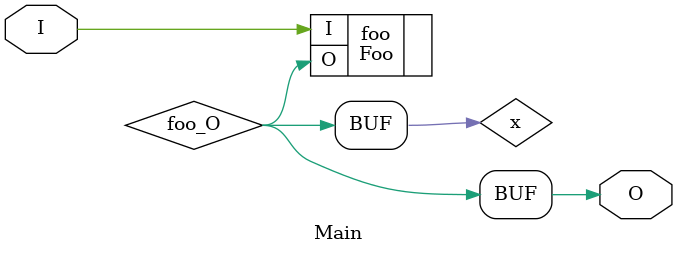
<source format=v>
module Main (
    input I,
    output O
);
wire foo_O;
wire x;
Foo foo (
    .I(I),
    .O(foo_O)
);
assign x = foo_O;
assign O = x;
endmodule


</source>
